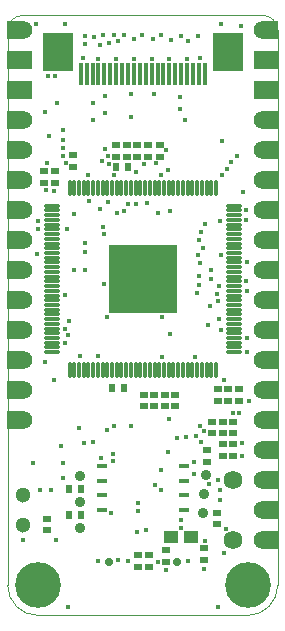
<source format=gbs>
G04*
G04 #@! TF.GenerationSoftware,Altium Limited,Altium Designer,25.0.1 (26)*
G04*
G04 Layer_Color=16711935*
%FSLAX25Y25*%
%MOIN*%
G70*
G04*
G04 #@! TF.SameCoordinates,5D196012-D927-4492-92D9-CD159FF3DA83*
G04*
G04*
G04 #@! TF.FilePolarity,Negative*
G04*
G01*
G75*
%ADD14C,0.00394*%
%ADD53R,0.02598X0.02205*%
%ADD65R,0.02205X0.02598*%
%ADD66R,0.04567X0.04173*%
%ADD67C,0.02795*%
%ADD68C,0.06142*%
%ADD69R,0.06142X0.06142*%
%ADD70C,0.06236*%
%ADD71R,0.05236X0.06142*%
%ADD72R,0.06142X0.06142*%
%ADD73C,0.15236*%
%ADD100R,0.03189X0.01811*%
%ADD101R,0.22756X0.22756*%
%ADD102O,0.01221X0.05945*%
%ADD103O,0.05945X0.01221*%
%ADD104C,0.05118*%
%ADD105C,0.03543*%
%ADD106R,0.10079X0.12835*%
%ADD107R,0.01614X0.07323*%
%ADD108C,0.01732*%
%ADD109C,0.01535*%
D14*
X90000Y195000D02*
G03*
X85000Y200000I-5000J0D01*
G01*
X80000Y-0D02*
G03*
X90000Y10000I0J10000D01*
G01*
X5000Y200000D02*
G03*
X0Y195000I0J-5000D01*
G01*
X-0Y10000D02*
G03*
X10000Y0I10000J0D01*
G01*
X-0Y195000D02*
X0Y10000D01*
X5000Y200000D02*
X85000Y200000D01*
X90000Y10000D02*
X90000Y195000D01*
X10000Y0D02*
X80000Y0D01*
D53*
X45276Y73622D02*
D03*
Y69685D02*
D03*
X43307Y20154D02*
D03*
Y16217D02*
D03*
X47244D02*
D03*
Y20154D02*
D03*
X50630Y152913D02*
D03*
Y156850D02*
D03*
X52362Y69685D02*
D03*
Y73622D02*
D03*
X55905Y69685D02*
D03*
Y73622D02*
D03*
X69921Y71496D02*
D03*
Y75433D02*
D03*
X46693Y152913D02*
D03*
Y156850D02*
D03*
X36063Y152913D02*
D03*
Y156850D02*
D03*
X39606Y152913D02*
D03*
Y156850D02*
D03*
X43150Y152913D02*
D03*
Y156850D02*
D03*
X12205Y148031D02*
D03*
X12205Y144095D02*
D03*
X15748Y148031D02*
D03*
Y144095D02*
D03*
X21654Y153543D02*
D03*
Y149606D02*
D03*
X52756Y21654D02*
D03*
Y17717D02*
D03*
X65354Y18504D02*
D03*
Y22441D02*
D03*
X73465Y71496D02*
D03*
Y75433D02*
D03*
X77008Y71496D02*
D03*
Y75433D02*
D03*
X75197Y60630D02*
D03*
Y64567D02*
D03*
X71653Y60630D02*
D03*
Y64567D02*
D03*
X68110Y60630D02*
D03*
Y64567D02*
D03*
X75197Y53150D02*
D03*
Y57087D02*
D03*
X71653Y53150D02*
D03*
Y57087D02*
D03*
X69685Y34252D02*
D03*
Y30315D02*
D03*
X12992Y28346D02*
D03*
Y32283D02*
D03*
X66535Y55118D02*
D03*
Y51181D02*
D03*
X48819Y73622D02*
D03*
Y69685D02*
D03*
D65*
X40157Y149606D02*
D03*
X36220D02*
D03*
X38819Y75630D02*
D03*
X34882D02*
D03*
X20472Y42126D02*
D03*
X24409D02*
D03*
X20472Y33465D02*
D03*
X24409D02*
D03*
D66*
X61221Y25984D02*
D03*
X54528Y25984D02*
D03*
D67*
X56378Y17764D02*
D03*
X33622D02*
D03*
D68*
X5000Y195000D02*
D03*
X85000Y145000D02*
D03*
Y155000D02*
D03*
Y165000D02*
D03*
Y135000D02*
D03*
Y125000D02*
D03*
Y115000D02*
D03*
Y105000D02*
D03*
Y65000D02*
D03*
Y75000D02*
D03*
Y85000D02*
D03*
Y95000D02*
D03*
Y25000D02*
D03*
Y35000D02*
D03*
Y45000D02*
D03*
Y55000D02*
D03*
X5000Y85000D02*
D03*
Y95000D02*
D03*
Y125000D02*
D03*
Y115000D02*
D03*
Y135000D02*
D03*
Y145000D02*
D03*
Y155000D02*
D03*
Y165000D02*
D03*
Y105000D02*
D03*
Y75000D02*
D03*
Y65000D02*
D03*
X85000Y195000D02*
D03*
D69*
X5000Y185000D02*
D03*
X85000Y175000D02*
D03*
X5000Y175000D02*
D03*
X85000Y185000D02*
D03*
D70*
X75000Y25000D02*
D03*
Y45000D02*
D03*
D71*
X2500Y195000D02*
D03*
Y165000D02*
D03*
Y155000D02*
D03*
Y145000D02*
D03*
Y135000D02*
D03*
Y125000D02*
D03*
Y115000D02*
D03*
Y105000D02*
D03*
Y95000D02*
D03*
Y85000D02*
D03*
Y75000D02*
D03*
Y65000D02*
D03*
X87500Y25000D02*
D03*
Y35000D02*
D03*
Y45000D02*
D03*
Y55000D02*
D03*
Y65000D02*
D03*
Y75000D02*
D03*
Y85000D02*
D03*
Y95000D02*
D03*
Y105000D02*
D03*
Y115000D02*
D03*
Y125000D02*
D03*
Y135000D02*
D03*
Y145000D02*
D03*
Y155000D02*
D03*
Y165000D02*
D03*
X87500Y195000D02*
D03*
D72*
X2756Y185000D02*
D03*
Y175000D02*
D03*
X87244Y185000D02*
D03*
X87244Y175000D02*
D03*
D73*
X10000Y10000D02*
D03*
X80000D02*
D03*
D100*
X58681Y49862D02*
D03*
X58681Y44941D02*
D03*
Y40020D02*
D03*
X58681Y35098D02*
D03*
X31319Y49862D02*
D03*
X31319Y44941D02*
D03*
Y40020D02*
D03*
X31319Y35098D02*
D03*
D101*
X45000Y112126D02*
D03*
D102*
X20591Y81713D02*
D03*
X22165D02*
D03*
X23740D02*
D03*
X25315D02*
D03*
X26890D02*
D03*
X28465D02*
D03*
X30039D02*
D03*
X31614D02*
D03*
X33189Y81713D02*
D03*
X34764D02*
D03*
X36339Y81713D02*
D03*
X37913D02*
D03*
X39488D02*
D03*
X41063D02*
D03*
X42638D02*
D03*
X44213D02*
D03*
X45787D02*
D03*
X47362D02*
D03*
X48937Y81713D02*
D03*
X50512Y81713D02*
D03*
X52087Y81713D02*
D03*
X53661Y81713D02*
D03*
X55236Y81713D02*
D03*
X56811Y81713D02*
D03*
X58386D02*
D03*
X59961D02*
D03*
X61535D02*
D03*
X63110D02*
D03*
X64685D02*
D03*
X66260D02*
D03*
X67835D02*
D03*
X69409Y81713D02*
D03*
Y142539D02*
D03*
X67835D02*
D03*
X66260D02*
D03*
X64685D02*
D03*
X63110D02*
D03*
X61535D02*
D03*
X59961D02*
D03*
X58386D02*
D03*
X56811D02*
D03*
X55236D02*
D03*
X53661D02*
D03*
X52087D02*
D03*
X50512D02*
D03*
X48937D02*
D03*
X47362D02*
D03*
X45787D02*
D03*
X44213D02*
D03*
X42638D02*
D03*
X41063D02*
D03*
X39488D02*
D03*
X37913D02*
D03*
X36339D02*
D03*
X34764D02*
D03*
X33189D02*
D03*
X31614D02*
D03*
X30039D02*
D03*
X28465D02*
D03*
X26890D02*
D03*
X25315D02*
D03*
X23740D02*
D03*
X22165D02*
D03*
X20591D02*
D03*
D103*
X75413Y87717D02*
D03*
Y89291D02*
D03*
Y90866D02*
D03*
Y92441D02*
D03*
Y94016D02*
D03*
Y95591D02*
D03*
Y97165D02*
D03*
Y98740D02*
D03*
Y100315D02*
D03*
Y101890D02*
D03*
Y103465D02*
D03*
Y105039D02*
D03*
Y106614D02*
D03*
Y108189D02*
D03*
Y109764D02*
D03*
Y111339D02*
D03*
Y112913D02*
D03*
Y114488D02*
D03*
Y116063D02*
D03*
Y117638D02*
D03*
Y119213D02*
D03*
Y120787D02*
D03*
Y122362D02*
D03*
Y123937D02*
D03*
Y125512D02*
D03*
Y127087D02*
D03*
Y128661D02*
D03*
Y130236D02*
D03*
Y131811D02*
D03*
Y133386D02*
D03*
Y134961D02*
D03*
Y136535D02*
D03*
X14587D02*
D03*
X14587Y134961D02*
D03*
Y133386D02*
D03*
Y131811D02*
D03*
Y130236D02*
D03*
Y128661D02*
D03*
Y127087D02*
D03*
Y125512D02*
D03*
Y123937D02*
D03*
X14587Y122362D02*
D03*
X14587Y120787D02*
D03*
X14587Y119213D02*
D03*
X14587Y117638D02*
D03*
X14587Y116063D02*
D03*
X14587Y114488D02*
D03*
Y112913D02*
D03*
Y111339D02*
D03*
Y109764D02*
D03*
Y108189D02*
D03*
Y106614D02*
D03*
Y105039D02*
D03*
Y103465D02*
D03*
X14587Y101890D02*
D03*
Y100315D02*
D03*
X14587Y98740D02*
D03*
Y97165D02*
D03*
Y95591D02*
D03*
Y94016D02*
D03*
Y92441D02*
D03*
Y90866D02*
D03*
Y89291D02*
D03*
Y87717D02*
D03*
D104*
X5000Y30000D02*
D03*
Y40000D02*
D03*
D105*
X24016Y46457D02*
D03*
X65285Y40551D02*
D03*
X64961Y34252D02*
D03*
X24016Y29134D02*
D03*
Y37795D02*
D03*
X66142Y46850D02*
D03*
D106*
X73347Y187894D02*
D03*
X16654D02*
D03*
D107*
X65669Y180413D02*
D03*
X61732D02*
D03*
X57795D02*
D03*
X53858D02*
D03*
X49921D02*
D03*
X45984D02*
D03*
X42047D02*
D03*
X38110D02*
D03*
X34173D02*
D03*
X30236D02*
D03*
X26299D02*
D03*
X63701D02*
D03*
X59764D02*
D03*
X55827D02*
D03*
X51890D02*
D03*
X47953D02*
D03*
X44016D02*
D03*
X40079D02*
D03*
X36142D02*
D03*
X32205D02*
D03*
X28268D02*
D03*
X24331D02*
D03*
D108*
X36810Y18388D02*
D03*
X79332Y111359D02*
D03*
X49382Y150886D02*
D03*
X12795Y141732D02*
D03*
X78583Y141130D02*
D03*
X12992Y150787D02*
D03*
X53534Y148328D02*
D03*
X16142Y25197D02*
D03*
X62598Y59695D02*
D03*
X64220Y63218D02*
D03*
X65354Y61417D02*
D03*
X77953Y57480D02*
D03*
X64567Y57874D02*
D03*
X10630Y41732D02*
D03*
X14567D02*
D03*
X56540Y59043D02*
D03*
X5000Y25000D02*
D03*
Y40000D02*
D03*
X70472Y98819D02*
D03*
X71033Y95079D02*
D03*
X62500Y86031D02*
D03*
X51425Y86147D02*
D03*
X53740Y65551D02*
D03*
X43504Y34843D02*
D03*
X57874Y31890D02*
D03*
Y29134D02*
D03*
X23593Y62598D02*
D03*
X66905Y96846D02*
D03*
X32997Y99503D02*
D03*
X54242Y93758D02*
D03*
X12500Y84500D02*
D03*
X24000Y86500D02*
D03*
X20500Y98000D02*
D03*
X19056Y106762D02*
D03*
X51500Y99390D02*
D03*
X29985Y86505D02*
D03*
X54500Y102500D02*
D03*
X70079Y104722D02*
D03*
X69685Y107251D02*
D03*
X67500Y103000D02*
D03*
X41000Y63000D02*
D03*
X59500Y59500D02*
D03*
X15500Y141500D02*
D03*
X77953Y53150D02*
D03*
X75000Y67500D02*
D03*
X77000D02*
D03*
X80491Y71515D02*
D03*
X35063Y53937D02*
D03*
X53500Y54500D02*
D03*
X15477Y78500D02*
D03*
X34500Y34000D02*
D03*
X35000Y51500D02*
D03*
X31102Y52362D02*
D03*
X51181Y146720D02*
D03*
X65281Y15354D02*
D03*
X63686Y113051D02*
D03*
X52756Y155118D02*
D03*
X18504Y45669D02*
D03*
X28346Y57677D02*
D03*
X66969Y43649D02*
D03*
X17717Y56299D02*
D03*
X8268Y50787D02*
D03*
X18504D02*
D03*
X35453Y146949D02*
D03*
X71935Y20754D02*
D03*
X70179Y45276D02*
D03*
X19016Y90669D02*
D03*
X76378Y153150D02*
D03*
X74410Y151181D02*
D03*
X9547Y197047D02*
D03*
X12255Y167717D02*
D03*
X19291Y150813D02*
D03*
X33516Y137903D02*
D03*
X18504Y153248D02*
D03*
X30691Y135515D02*
D03*
X18559Y161811D02*
D03*
X16449Y170879D02*
D03*
X77704Y196486D02*
D03*
X71083Y197264D02*
D03*
X13780Y159843D02*
D03*
X18504Y158366D02*
D03*
Y155807D02*
D03*
X36300Y134249D02*
D03*
X27152Y138066D02*
D03*
X31890Y129528D02*
D03*
X40059Y136977D02*
D03*
X38811Y134743D02*
D03*
X28268Y165039D02*
D03*
Y170669D02*
D03*
X59764Y185335D02*
D03*
X22047Y133838D02*
D03*
X32047Y126973D02*
D03*
X26597Y146904D02*
D03*
X33711Y150294D02*
D03*
X65587Y24803D02*
D03*
X52756Y14961D02*
D03*
X40157Y18110D02*
D03*
X50000Y17717D02*
D03*
X25315Y57485D02*
D03*
X37008Y102362D02*
D03*
X62992Y107480D02*
D03*
X63873Y110228D02*
D03*
X67716Y114961D02*
D03*
Y112205D02*
D03*
X70423Y109764D02*
D03*
X42707Y137253D02*
D03*
X41112Y166091D02*
D03*
X33520Y153141D02*
D03*
X31496Y151575D02*
D03*
X32557Y155512D02*
D03*
X48819Y121653D02*
D03*
X47244Y102362D02*
D03*
X40945Y105905D02*
D03*
X50000Y134252D02*
D03*
X53937Y134646D02*
D03*
X54724Y122047D02*
D03*
X32047Y110429D02*
D03*
X46457Y137402D02*
D03*
X13386Y179921D02*
D03*
X15748D02*
D03*
X20079Y93307D02*
D03*
X18917Y95591D02*
D03*
X25197Y185827D02*
D03*
X51181Y41732D02*
D03*
X49213Y43307D02*
D03*
X51181Y48425D02*
D03*
X35433Y62992D02*
D03*
X33071Y61811D02*
D03*
X72835Y28740D02*
D03*
X70866Y38583D02*
D03*
Y41732D02*
D03*
X62205Y47244D02*
D03*
X62157Y51000D02*
D03*
X43504Y37599D02*
D03*
X19921Y2953D02*
D03*
X70079D02*
D03*
X60111Y18012D02*
D03*
X29921Y17987D02*
D03*
X73228Y148819D02*
D03*
X70866Y131496D02*
D03*
X25591Y121260D02*
D03*
X70965Y120079D02*
D03*
X9843Y120472D02*
D03*
X9921Y128661D02*
D03*
X10236Y131496D02*
D03*
X25591Y124016D02*
D03*
X64961Y122441D02*
D03*
X63386Y120079D02*
D03*
X65748Y130315D02*
D03*
X64567Y127953D02*
D03*
X63779Y125197D02*
D03*
X64173Y117323D02*
D03*
X71260Y146850D02*
D03*
X32283Y167323D02*
D03*
X22047Y114961D02*
D03*
X25591D02*
D03*
X79716Y117638D02*
D03*
X46016Y28299D02*
D03*
X43150Y27953D02*
D03*
X72047Y78347D02*
D03*
X57480Y172835D02*
D03*
Y168898D02*
D03*
X59055Y164961D02*
D03*
X64173Y185827D02*
D03*
X42913Y147638D02*
D03*
X18917Y197264D02*
D03*
X63447Y193148D02*
D03*
X60236Y191339D02*
D03*
X57589Y193213D02*
D03*
X54388Y191905D02*
D03*
X51116Y193455D02*
D03*
X48425Y192126D02*
D03*
X44819Y193323D02*
D03*
X42126Y192126D02*
D03*
X38851Y193411D02*
D03*
X35319Y193499D02*
D03*
X33858Y190945D02*
D03*
X36614Y191339D02*
D03*
X31830Y193301D02*
D03*
X30709Y190157D02*
D03*
X28740Y192913D02*
D03*
X25591Y190551D02*
D03*
X25599Y193213D02*
D03*
X79528Y131890D02*
D03*
X79350Y134961D02*
D03*
X71476Y158287D02*
D03*
X30236Y185433D02*
D03*
X53858D02*
D03*
X47953D02*
D03*
X42047D02*
D03*
X36142D02*
D03*
X32283Y173228D02*
D03*
X45472Y150595D02*
D03*
X19685Y128740D02*
D03*
X79744Y87717D02*
D03*
Y108189D02*
D03*
Y92441D02*
D03*
D109*
X48888Y173888D02*
D03*
X41112D02*
D03*
M02*

</source>
